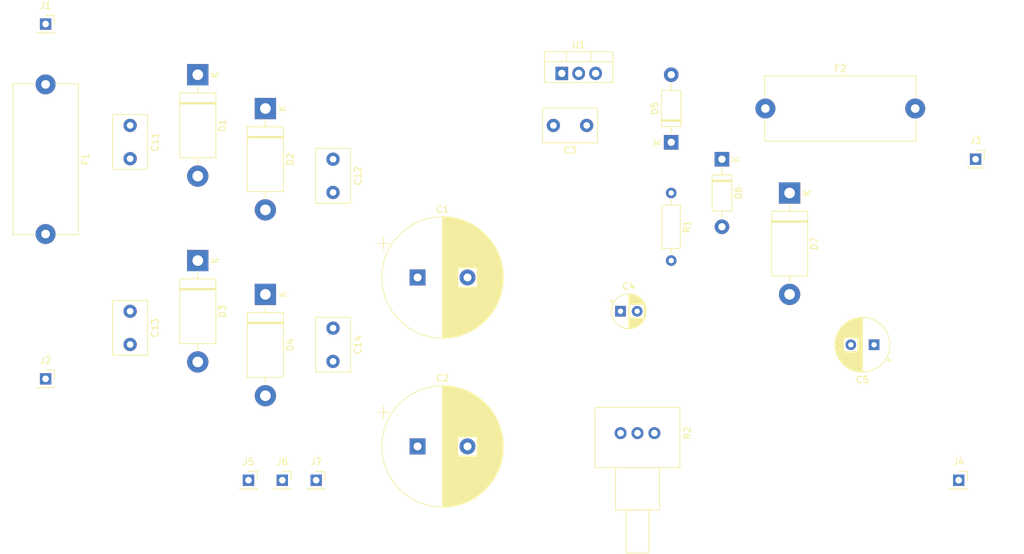
<source format=kicad_pcb>
(kicad_pcb (version 20211014) (generator pcbnew)
  (layers (0 "F.Cu" signal) (31 "B.Cu" signal) (34 "B.Paste" user) (35 "F.Paste" user) (36 "B.SilkS" user "B.Silkscreen") (37 "F.SilkS" user "F.Silkscreen") (38 "B.Mask" user) (39 "F.Mask" user) (44 "Edge.Cuts" user))
  (net 0 "")
  (net 1 "Net-(C5-Pad1)")
  (net 2 "Net-(C4-Pad1)")
  (net 3 "Net-(C1-Pad2)")
  (net 4 "Net-(C1-Pad1)")
  (net 5 "Net-(F1-Pad1)")
  (net 6 "Net-(C11-Pad2)")
  (net 7 "Net-(F2-Pad2)")
  (net 8 "Net-(C12-Pad2)")
  (footprint "Capacitor_THT:CP_Radial_D5.0mm_P2.50mm" (layer "F.Cu") (at 215.9 73.66)
    (fp_text reference "C4" (at 1.25 -3.75) (layer "F.SilkS"))
    (fp_text value "1uF/50V")
    (pad "1" thru_hole rect (at 0 0) (size 1.6 1.6) (drill 0.8) (layers *.Cu *.Mask) (net 2 "Net-(C4-Pad1)"))
    (pad "2" thru_hole circle (at 2.5 0) (size 1.6 1.6) (drill 0.8) (layers *.Cu *.Mask) (net 3 "Net-(C1-Pad2)"))
  )
  (footprint "Fuse:Fuseholder_Cylinder-5x20mm_Schurter_0031_8201_Horizontal_Open" (layer "F.Cu") (at 237.67 43.18)
    (fp_text reference "F2" (at 11.25 -6) (layer "F.SilkS"))
    (fp_text value "3A")
    (pad "" np_thru_hole circle (at 11.25 0) (size 2.7 2.7) (drill 2.7) (layers *.Cu *.Mask))
    (pad "1" thru_hole circle (at 0 0) (size 3 3) (drill 1.3) (layers *.Cu *.Mask) (net 1 "Net-(C5-Pad1)"))
    (pad "2" thru_hole circle (at 22.5 0) (size 3 3) (drill 1.3) (layers *.Cu *.Mask) (net 7 "Net-(F2-Pad2)"))
  )
  (footprint "Capacitor_THT:C_Disc_D8.0mm_W5.0mm_P5.00mm" (layer "F.Cu") (at 210.82 45.72 180)
    (fp_text reference "C3" (at 2.5 -3.75) (layer "F.SilkS"))
    (fp_text value "100n")
    (pad "1" thru_hole circle (at 0 0 180) (size 2 2) (drill 1) (layers *.Cu *.Mask) (net 4 "Net-(C1-Pad1)"))
    (pad "2" thru_hole circle (at 5 0 180) (size 2 2) (drill 1) (layers *.Cu *.Mask) (net 2 "Net-(C4-Pad1)"))
  )
  (footprint "Connector_PinSocket_2.54mm:PinSocket_1x01_P2.54mm_Vertical" (layer "F.Cu") (at 269.24 50.8)
    (fp_text reference "J3" (at 0 -2.77) (layer "F.SilkS"))
    (fp_text value "DC +1.25 to +30V")
    (pad "1" thru_hole rect (at 0 0) (size 1.7 1.7) (drill 1) (layers *.Cu *.Mask) (net 7 "Net-(F2-Pad2)"))
  )
  (footprint "Capacitor_THT:C_Disc_D8.0mm_W5.0mm_P5.00mm" (layer "F.Cu") (at 142.24 73.66 -90)
    (fp_text reference "C13" (at 2.5 -3.75 90) (layer "F.SilkS"))
    (fp_text value "100n")
    (pad "1" thru_hole circle (at 0 0 270) (size 2 2) (drill 1) (layers *.Cu *.Mask) (net 6 "Net-(C11-Pad2)"))
    (pad "2" thru_hole circle (at 5 0 270) (size 2 2) (drill 1) (layers *.Cu *.Mask) (net 3 "Net-(C1-Pad2)"))
  )
  (footprint "Resistor_THT:R_Axial_DIN0207_L6.3mm_D2.5mm_P10.16mm_Horizontal" (layer "F.Cu") (at 223.52 55.88 -90)
    (fp_text reference "R1" (at 5.08 -2.37 90) (layer "F.SilkS"))
    (fp_text value "120R")
    (pad "1" thru_hole circle (at 0 0 270) (size 1.6 1.6) (drill 0.8) (layers *.Cu *.Mask) (net 1 "Net-(C5-Pad1)"))
    (pad "2" thru_hole oval (at 10.16 0 270) (size 1.6 1.6) (drill 0.8) (layers *.Cu *.Mask) (net 2 "Net-(C4-Pad1)"))
  )
  (footprint "Diode_THT:D_DO-201AD_P15.24mm_Horizontal" (layer "F.Cu") (at 162.56 71.12 -90)
    (fp_text reference "D4" (at 7.62 -3.72 90) (layer "F.SilkS"))
    (fp_text value "1N5408")
    (fp_text user "K" (at 0 -2.6 90) (layer "F.SilkS"))
    (pad "1" thru_hole rect (at 0 0 270) (size 3.2 3.2) (drill 1.6) (layers *.Cu *.Mask) (net 8 "Net-(C12-Pad2)"))
    (pad "2" thru_hole oval (at 15.24 0 270) (size 3.2 3.2) (drill 1.6) (layers *.Cu *.Mask) (net 3 "Net-(C1-Pad2)"))
  )
  (footprint "Capacitor_THT:CP_Radial_D18.0mm_P7.50mm" (layer "F.Cu") (at 185.42 93.98)
    (fp_text reference "C2" (at 3.75 -10.25) (layer "F.SilkS"))
    (fp_text value "2200uF/63V")
    (pad "1" thru_hole rect (at 0 0) (size 2.4 2.4) (drill 1.2) (layers *.Cu *.Mask) (net 4 "Net-(C1-Pad1)"))
    (pad "2" thru_hole circle (at 7.5 0) (size 2.4 2.4) (drill 1.2) (layers *.Cu *.Mask) (net 3 "Net-(C1-Pad2)"))
  )
  (footprint "Capacitor_THT:C_Disc_D8.0mm_W5.0mm_P5.00mm" (layer "F.Cu") (at 142.24 45.72 -90)
    (fp_text reference "C11" (at 2.5 -3.75 90) (layer "F.SilkS"))
    (fp_text value "100n")
    (pad "1" thru_hole circle (at 0 0 270) (size 2 2) (drill 1) (layers *.Cu *.Mask) (net 4 "Net-(C1-Pad1)"))
    (pad "2" thru_hole circle (at 5 0 270) (size 2 2) (drill 1) (layers *.Cu *.Mask) (net 6 "Net-(C11-Pad2)"))
  )
  (footprint "Connector_PinSocket_2.54mm:PinSocket_1x01_P2.54mm_Vertical" (layer "F.Cu") (at 165.1 99.06)
    (fp_text reference "J6" (at 0 -2.77) (layer "F.SilkS"))
    (fp_text value "GND")
    (pad "1" thru_hole rect (at 0 0) (size 1.7 1.7) (drill 1) (layers *.Cu *.Mask) (net 3 "Net-(C1-Pad2)"))
  )
  (footprint "Package_TO_SOT_THT:TO-220-3_Vertical" (layer "F.Cu") (at 207.08 37.9)
    (fp_text reference "U1" (at 2.54 -4.27) (layer "F.SilkS"))
    (fp_text value "LM350_TO220")
    (pad "1" thru_hole rect (at 0 0) (size 1.905 2) (drill 1.1) (layers *.Cu *.Mask) (net 2 "Net-(C4-Pad1)"))
    (pad "2" thru_hole oval (at 2.54 0) (size 1.905 2) (drill 1.1) (layers *.Cu *.Mask) (net 1 "Net-(C5-Pad1)"))
    (pad "3" thru_hole oval (at 5.08 0) (size 1.905 2) (drill 1.1) (layers *.Cu *.Mask) (net 4 "Net-(C1-Pad1)"))
  )
  (footprint "Capacitor_THT:C_Disc_D8.0mm_W5.0mm_P5.00mm" (layer "F.Cu") (at 172.72 50.8 -90)
    (fp_text reference "C12" (at 2.5 -3.75 90) (layer "F.SilkS"))
    (fp_text value "100n")
    (pad "1" thru_hole circle (at 0 0 270) (size 2 2) (drill 1) (layers *.Cu *.Mask) (net 4 "Net-(C1-Pad1)"))
    (pad "2" thru_hole circle (at 5 0 270) (size 2 2) (drill 1) (layers *.Cu *.Mask) (net 8 "Net-(C12-Pad2)"))
  )
  (footprint "Diode_THT:D_DO-201AD_P15.24mm_Horizontal" (layer "F.Cu") (at 152.4 38.1 -90)
    (fp_text reference "D1" (at 7.62 -3.72 90) (layer "F.SilkS"))
    (fp_text value "1N5408")
    (fp_text user "K" (at 0 -2.6 90) (layer "F.SilkS"))
    (pad "1" thru_hole rect (at 0 0 270) (size 3.2 3.2) (drill 1.6) (layers *.Cu *.Mask) (net 4 "Net-(C1-Pad1)"))
    (pad "2" thru_hole oval (at 15.24 0 270) (size 3.2 3.2) (drill 1.6) (layers *.Cu *.Mask) (net 6 "Net-(C11-Pad2)"))
  )
  (footprint "Connector_PinSocket_2.54mm:PinSocket_1x01_P2.54mm_Vertical" (layer "F.Cu") (at 129.54 30.48)
    (fp_text reference "J1" (at 0 -2.77) (layer "F.SilkS"))
    (fp_text value "AC Input")
    (pad "1" thru_hole rect (at 0 0) (size 1.7 1.7) (drill 1) (layers *.Cu *.Mask) (net 5 "Net-(F1-Pad1)"))
  )
  (footprint "Capacitor_THT:C_Disc_D8.0mm_W5.0mm_P5.00mm" (layer "F.Cu") (at 172.72 76.2 -90)
    (fp_text reference "C14" (at 2.5 -3.75 90) (layer "F.SilkS"))
    (fp_text value "100n")
    (pad "1" thru_hole circle (at 0 0 270) (size 2 2) (drill 1) (layers *.Cu *.Mask) (net 8 "Net-(C12-Pad2)"))
    (pad "2" thru_hole circle (at 5 0 270) (size 2 2) (drill 1) (layers *.Cu *.Mask) (net 3 "Net-(C1-Pad2)"))
  )
  (footprint "Connector_PinSocket_2.54mm:PinSocket_1x01_P2.54mm_Vertical" (layer "F.Cu") (at 160.02 99.06)
    (fp_text reference "J5" (at 0 -2.77) (layer "F.SilkS"))
    (fp_text value "GND")
    (pad "1" thru_hole rect (at 0 0) (size 1.7 1.7) (drill 1) (layers *.Cu *.Mask) (net 3 "Net-(C1-Pad2)"))
  )
  (footprint "Diode_THT:D_DO-201AD_P15.24mm_Horizontal" (layer "F.Cu") (at 162.56 43.18 -90)
    (fp_text reference "D2" (at 7.62 -3.72 90) (layer "F.SilkS"))
    (fp_text value "1N5408")
    (fp_text user "K" (at 0 -2.6 90) (layer "F.SilkS"))
    (pad "1" thru_hole rect (at 0 0 270) (size 3.2 3.2) (drill 1.6) (layers *.Cu *.Mask) (net 4 "Net-(C1-Pad1)"))
    (pad "2" thru_hole oval (at 15.24 0 270) (size 3.2 3.2) (drill 1.6) (layers *.Cu *.Mask) (net 8 "Net-(C12-Pad2)"))
  )
  (footprint "Capacitor_THT:CP_Radial_D18.0mm_P7.50mm" (layer "F.Cu") (at 185.42 68.58)
    (fp_text reference "C1" (at 3.75 -10.25) (layer "F.SilkS"))
    (fp_text value "2200uF/63V")
    (pad "1" thru_hole rect (at 0 0) (size 2.4 2.4) (drill 1.2) (layers *.Cu *.Mask) (net 4 "Net-(C1-Pad1)"))
    (pad "2" thru_hole circle (at 7.5 0) (size 2.4 2.4) (drill 1.2) (layers *.Cu *.Mask) (net 3 "Net-(C1-Pad2)"))
  )
  (footprint "Connector_PinSocket_2.54mm:PinSocket_1x01_P2.54mm_Vertical" (layer "F.Cu") (at 170.18 99.06)
    (fp_text reference "J7" (at 0 -2.77) (layer "F.SilkS"))
    (fp_text value "GND")
    (pad "1" thru_hole rect (at 0 0) (size 1.7 1.7) (drill 1) (layers *.Cu *.Mask) (net 3 "Net-(C1-Pad2)"))
  )
  (footprint "Diode_THT:D_DO-41_SOD81_P10.16mm_Horizontal" (layer "F.Cu") (at 223.52 48.26 90)
    (fp_text reference "D5" (at 5.08 -2.47 90) (layer "F.SilkS"))
    (fp_text value "1N4007")
    (fp_text user "K" (at 0 -2.1 90) (layer "F.SilkS"))
    (pad "1" thru_hole rect (at 0 0 90) (size 2.2 2.2) (drill 1.1) (layers *.Cu *.Mask) (net 4 "Net-(C1-Pad1)"))
    (pad "2" thru_hole oval (at 10.16 0 90) (size 2.2 2.2) (drill 1.1) (layers *.Cu *.Mask) (net 1 "Net-(C5-Pad1)"))
  )
  (footprint "Diode_THT:D_DO-201AD_P15.24mm_Horizontal" (layer "F.Cu") (at 241.3 55.88 -90)
    (fp_text reference "D7" (at 7.62 -3.72 90) (layer "F.SilkS"))
    (fp_text value "1N5408")
    (fp_text user "K" (at 0 -2.6 90) (layer "F.SilkS"))
    (pad "1" thru_hole rect (at 0 0 270) (size 3.2 3.2) (drill 1.6) (layers *.Cu *.Mask) (net 1 "Net-(C5-Pad1)"))
    (pad "2" thru_hole oval (at 15.24 0 270) (size 3.2 3.2) (drill 1.6) (layers *.Cu *.Mask) (net 3 "Net-(C1-Pad2)"))
  )
  (footprint "Diode_THT:D_DO-41_SOD81_P10.16mm_Horizontal" (layer "F.Cu") (at 231.14 50.8 -90)
    (fp_text reference "D6" (at 5.08 -2.47 90) (layer "F.SilkS"))
    (fp_text value "1N4007")
    (fp_text user "K" (at 0 -2.1 90) (layer "F.SilkS"))
    (pad "1" thru_hole rect (at 0 0 270) (size 2.2 2.2) (drill 1.1) (layers *.Cu *.Mask) (net 1 "Net-(C5-Pad1)"))
    (pad "2" thru_hole oval (at 10.16 0 270) (size 2.2 2.2) (drill 1.1) (layers *.Cu *.Mask) (net 2 "Net-(C4-Pad1)"))
  )
  (footprint "Capacitor_THT:CP_Radial_D8.0mm_P3.50mm" (layer "F.Cu") (at 254 78.7 180)
    (fp_text reference "C5" (at 1.75 -5.25) (layer "F.SilkS"))
    (fp_text value "100uF/50V")
    (pad "1" thru_hole rect (at 0 0 180) (size 1.6 1.6) (drill 0.8) (layers *.Cu *.Mask) (net 1 "Net-(C5-Pad1)"))
    (pad "2" thru_hole circle (at 3.5 0 180) (size 1.6 1.6) (drill 0.8) (layers *.Cu *.Mask) (net 3 "Net-(C1-Pad2)"))
  )
  (footprint "Connector_PinSocket_2.54mm:PinSocket_1x01_P2.54mm_Vertical" (layer "F.Cu") (at 266.7 99.06)
    (fp_text reference "J4" (at 0 -2.77) (layer "F.SilkS"))
    (fp_text value "GND")
    (pad "1" thru_hole rect (at 0 0) (size 1.7 1.7) (drill 1) (layers *.Cu *.Mask) (net 3 "Net-(C1-Pad2)"))
  )
  (footprint "Connector_PinSocket_2.54mm:PinSocket_1x01_P2.54mm_Vertical" (layer "F.Cu") (at 129.54 83.82)
    (fp_text reference "J2" (at 0 -2.77) (layer "F.SilkS"))
    (fp_text value "AC Input")
    (pad "1" thru_hole rect (at 0 0) (size 1.7 1.7) (drill 1) (layers *.Cu *.Mask) (net 8 "Net-(C12-Pad2)"))
  )
  (footprint "Fuse:Fuseholder_Cylinder-5x20mm_Schurter_0031_8201_Horizontal_Open" (layer "F.Cu") (at 129.54 39.55 -90)
    (fp_text reference "F1" (at 11.25 -6 90) (layer "F.SilkS"))
    (fp_text value "3A")
    (pad "" np_thru_hole circle (at 11.25 0 270) (size 2.7 2.7) (drill 2.7) (layers *.Cu *.Mask))
    (pad "1" thru_hole circle (at 0 0 270) (size 3 3) (drill 1.3) (layers *.Cu *.Mask) (net 5 "Net-(F1-Pad1)"))
    (pad "2" thru_hole circle (at 22.5 0 270) (size 3 3) (drill 1.3) (layers *.Cu *.Mask) (net 6 "Net-(C11-Pad2)"))
  )
  (footprint "Diode_THT:D_DO-201AD_P15.24mm_Horizontal" (layer "F.Cu") (at 152.4 66.04 -90)
    (fp_text reference "D3" (at 7.62 -3.72 90) (layer "F.SilkS"))
    (fp_text value "1N5408")
    (fp_text user "K" (at 0 -2.6 90) (layer "F.SilkS"))
    (pad "1" thru_hole rect (at 0 0 270) (size 3.2 3.2) (drill 1.6) (layers *.Cu *.Mask) (net 6 "Net-(C11-Pad2)"))
    (pad "2" thru_hole oval (at 15.24 0 270) (size 3.2 3.2) (drill 1.6) (layers *.Cu *.Mask) (net 3 "Net-(C1-Pad2)"))
  )
  (footprint "Potentiometer_THT:Potentiometer_Vishay_148-149_Single_Horizontal" (layer "F.Cu") (at 215.915 91.985 -90)
    (fp_text reference "R2" (at 0 -10.04 90) (layer "F.SilkS"))
    (fp_text value "5k/N")
    (pad "1" thru_hole circle (at 0 0 270) (size 1.8 1.8) (drill 1) (layers *.Cu *.Mask) (net 3 "Net-(C1-Pad2)"))
    (pad "2" thru_hole circle (at 0 -2.54 270) (size 1.8 1.8) (drill 1) (layers *.Cu *.Mask) (net 3 "Net-(C1-Pad2)"))
    (pad "3" thru_hole circle (at 0 -5.08 270) (size 1.8 1.8) (drill 1) (layers *.Cu *.Mask) (net 2 "Net-(C4-Pad1)"))
  )
)
</source>
